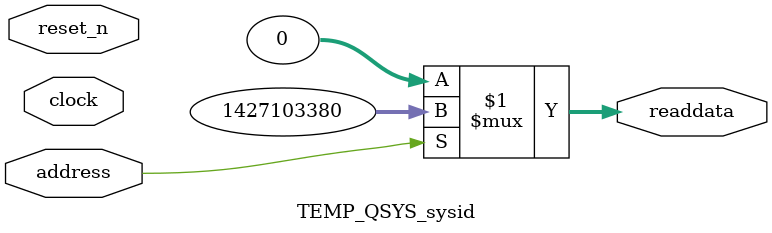
<source format=v>

`timescale 1ns / 1ps
// synthesis translate_on

// turn off superfluous verilog processor warnings 
// altera message_level Level1 
// altera message_off 10034 10035 10036 10037 10230 10240 10030 

module TEMP_QSYS_sysid (
               // inputs:
                address,
                clock,
                reset_n,

               // outputs:
                readdata
             )
;

  output  [ 31: 0] readdata;
  input            address;
  input            clock;
  input            reset_n;

  wire    [ 31: 0] readdata;
  //control_slave, which is an e_avalon_slave
  assign readdata = address ? 1427103380 : 0;

endmodule




</source>
